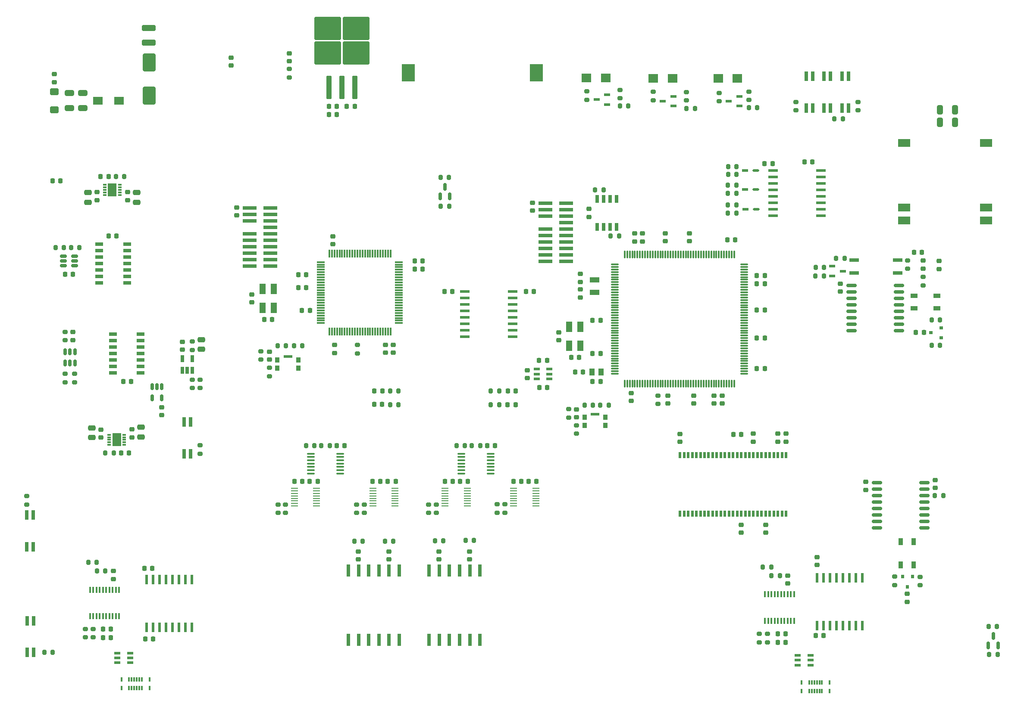
<source format=gbr>
%TF.GenerationSoftware,KiCad,Pcbnew,7.0.8*%
%TF.CreationDate,2024-01-22T14:24:45+01:00*%
%TF.ProjectId,BMS-Master,424d532d-4d61-4737-9465-722e6b696361,rev?*%
%TF.SameCoordinates,Original*%
%TF.FileFunction,Paste,Top*%
%TF.FilePolarity,Positive*%
%FSLAX46Y46*%
G04 Gerber Fmt 4.6, Leading zero omitted, Abs format (unit mm)*
G04 Created by KiCad (PCBNEW 7.0.8) date 2024-01-22 14:24:45*
%MOMM*%
%LPD*%
G01*
G04 APERTURE LIST*
G04 Aperture macros list*
%AMRoundRect*
0 Rectangle with rounded corners*
0 $1 Rounding radius*
0 $2 $3 $4 $5 $6 $7 $8 $9 X,Y pos of 4 corners*
0 Add a 4 corners polygon primitive as box body*
4,1,4,$2,$3,$4,$5,$6,$7,$8,$9,$2,$3,0*
0 Add four circle primitives for the rounded corners*
1,1,$1+$1,$2,$3*
1,1,$1+$1,$4,$5*
1,1,$1+$1,$6,$7*
1,1,$1+$1,$8,$9*
0 Add four rect primitives between the rounded corners*
20,1,$1+$1,$2,$3,$4,$5,0*
20,1,$1+$1,$4,$5,$6,$7,0*
20,1,$1+$1,$6,$7,$8,$9,0*
20,1,$1+$1,$8,$9,$2,$3,0*%
G04 Aperture macros list end*
%ADD10C,0.010000*%
%ADD11RoundRect,0.250000X-1.000000X1.500000X-1.000000X-1.500000X1.000000X-1.500000X1.000000X1.500000X0*%
%ADD12R,2.790000X0.740000*%
%ADD13R,1.270000X0.508000*%
%ADD14RoundRect,0.225000X-0.250000X0.225000X-0.250000X-0.225000X0.250000X-0.225000X0.250000X0.225000X0*%
%ADD15RoundRect,0.200000X-0.200000X-0.275000X0.200000X-0.275000X0.200000X0.275000X-0.200000X0.275000X0*%
%ADD16RoundRect,0.200000X-0.275000X0.200000X-0.275000X-0.200000X0.275000X-0.200000X0.275000X0.200000X0*%
%ADD17RoundRect,0.225000X-0.225000X-0.250000X0.225000X-0.250000X0.225000X0.250000X-0.225000X0.250000X0*%
%ADD18RoundRect,0.200000X0.275000X-0.200000X0.275000X0.200000X-0.275000X0.200000X-0.275000X-0.200000X0*%
%ADD19R,0.508000X1.193800*%
%ADD20RoundRect,0.225000X0.225000X0.250000X-0.225000X0.250000X-0.225000X-0.250000X0.225000X-0.250000X0*%
%ADD21RoundRect,0.225000X0.250000X-0.225000X0.250000X0.225000X-0.250000X0.225000X-0.250000X-0.225000X0*%
%ADD22RoundRect,0.218750X-0.218750X-0.256250X0.218750X-0.256250X0.218750X0.256250X-0.218750X0.256250X0*%
%ADD23R,1.825000X1.680000*%
%ADD24R,0.650000X1.850000*%
%ADD25R,0.900000X1.000000*%
%ADD26R,1.700000X0.550000*%
%ADD27RoundRect,0.200000X0.200000X0.275000X-0.200000X0.275000X-0.200000X-0.275000X0.200000X-0.275000X0*%
%ADD28RoundRect,0.075000X-0.675000X-0.075000X0.675000X-0.075000X0.675000X0.075000X-0.675000X0.075000X0*%
%ADD29RoundRect,0.075000X-0.075000X-0.675000X0.075000X-0.675000X0.075000X0.675000X-0.075000X0.675000X0*%
%ADD30RoundRect,0.150000X0.150000X-0.587500X0.150000X0.587500X-0.150000X0.587500X-0.150000X-0.587500X0*%
%ADD31RoundRect,0.250000X-0.600000X0.400000X-0.600000X-0.400000X0.600000X-0.400000X0.600000X0.400000X0*%
%ADD32R,1.550000X0.700000*%
%ADD33RoundRect,0.250000X-0.475000X0.250000X-0.475000X-0.250000X0.475000X-0.250000X0.475000X0.250000X0*%
%ADD34RoundRect,0.100000X-0.637500X-0.100000X0.637500X-0.100000X0.637500X0.100000X-0.637500X0.100000X0*%
%ADD35R,0.558800X1.981200*%
%ADD36R,0.800000X0.300000*%
%ADD37R,1.750000X2.600000*%
%ADD38R,1.312279X0.475831*%
%ADD39RoundRect,0.237916X-0.418223X0.000001X0.418223X0.000001X0.418223X-0.000001X-0.418223X-0.000001X0*%
%ADD40RoundRect,0.042000X0.258000X-0.653000X0.258000X0.653000X-0.258000X0.653000X-0.258000X-0.653000X0*%
%ADD41RoundRect,0.218750X0.218750X0.256250X-0.218750X0.256250X-0.218750X-0.256250X0.218750X-0.256250X0*%
%ADD42RoundRect,0.250000X0.475000X-0.250000X0.475000X0.250000X-0.475000X0.250000X-0.475000X-0.250000X0*%
%ADD43R,0.750000X2.350000*%
%ADD44R,0.400000X1.200000*%
%ADD45R,1.066800X1.447800*%
%ADD46R,1.397000X0.279400*%
%ADD47R,1.900000X1.500000*%
%ADD48RoundRect,0.150000X-0.875000X-0.150000X0.875000X-0.150000X0.875000X0.150000X-0.875000X0.150000X0*%
%ADD49R,1.981200X0.558800*%
%ADD50R,0.300000X0.850000*%
%ADD51R,1.300000X0.600000*%
%ADD52RoundRect,0.250000X-0.650000X0.325000X-0.650000X-0.325000X0.650000X-0.325000X0.650000X0.325000X0*%
%ADD53R,0.650000X1.525000*%
%ADD54RoundRect,0.250000X0.325000X0.650000X-0.325000X0.650000X-0.325000X-0.650000X0.325000X-0.650000X0*%
%ADD55R,1.200000X2.000000*%
%ADD56RoundRect,0.150000X0.150000X-0.512500X0.150000X0.512500X-0.150000X0.512500X-0.150000X-0.512500X0*%
%ADD57RoundRect,0.250000X0.300000X-2.050000X0.300000X2.050000X-0.300000X2.050000X-0.300000X-2.050000X0*%
%ADD58RoundRect,0.250000X2.375000X-2.025000X2.375000X2.025000X-2.375000X2.025000X-2.375000X-2.025000X0*%
%ADD59RoundRect,0.075000X-0.725000X-0.075000X0.725000X-0.075000X0.725000X0.075000X-0.725000X0.075000X0*%
%ADD60RoundRect,0.075000X-0.075000X-0.725000X0.075000X-0.725000X0.075000X0.725000X-0.075000X0.725000X0*%
%ADD61R,1.250000X0.500000*%
%ADD62R,2.450000X1.600000*%
%ADD63R,1.350000X0.900000*%
%ADD64R,1.900000X0.750000*%
%ADD65RoundRect,0.218750X-0.256250X0.218750X-0.256250X-0.218750X0.256250X-0.218750X0.256250X0.218750X0*%
%ADD66RoundRect,0.150000X-0.512500X-0.150000X0.512500X-0.150000X0.512500X0.150000X-0.512500X0.150000X0*%
%ADD67RoundRect,0.250000X1.100000X-0.325000X1.100000X0.325000X-1.100000X0.325000X-1.100000X-0.325000X0*%
%ADD68R,0.900000X1.350000*%
%ADD69RoundRect,0.150000X-0.150000X0.512500X-0.150000X-0.512500X0.150000X-0.512500X0.150000X0.512500X0*%
%ADD70RoundRect,0.218750X0.256250X-0.218750X0.256250X0.218750X-0.256250X0.218750X-0.256250X-0.218750X0*%
%ADD71R,1.900000X1.100000*%
%ADD72R,2.600000X3.500000*%
G04 APERTURE END LIST*
%TO.C,S3*%
D10*
X262359000Y-205847500D02*
X261859000Y-205847500D01*
X261859000Y-205247500D01*
X262359000Y-205247500D01*
X262359000Y-205847500D01*
G36*
X262359000Y-205847500D02*
G01*
X261859000Y-205847500D01*
X261859000Y-205247500D01*
X262359000Y-205247500D01*
X262359000Y-205847500D01*
G37*
X260459000Y-205847500D02*
X259959000Y-205847500D01*
X259959000Y-205247500D01*
X260459000Y-205247500D01*
X260459000Y-205847500D01*
G36*
X260459000Y-205847500D02*
G01*
X259959000Y-205847500D01*
X259959000Y-205247500D01*
X260459000Y-205247500D01*
X260459000Y-205847500D01*
G37*
X261409000Y-207847500D02*
X260909000Y-207847500D01*
X260909000Y-207247500D01*
X261409000Y-207247500D01*
X261409000Y-207847500D01*
G36*
X261409000Y-207847500D02*
G01*
X260909000Y-207847500D01*
X260909000Y-207247500D01*
X261409000Y-207247500D01*
X261409000Y-207847500D01*
G37*
%TO.C,S4*%
X268050000Y-158800000D02*
X267450000Y-158800000D01*
X267450000Y-158300000D01*
X268050000Y-158300000D01*
X268050000Y-158800000D01*
G36*
X268050000Y-158800000D02*
G01*
X267450000Y-158800000D01*
X267450000Y-158300000D01*
X268050000Y-158300000D01*
X268050000Y-158800000D01*
G37*
X268050000Y-156900000D02*
X267450000Y-156900000D01*
X267450000Y-156400000D01*
X268050000Y-156400000D01*
X268050000Y-156900000D01*
G36*
X268050000Y-156900000D02*
G01*
X267450000Y-156900000D01*
X267450000Y-156400000D01*
X268050000Y-156400000D01*
X268050000Y-156900000D01*
G37*
X266050000Y-157850000D02*
X265450000Y-157850000D01*
X265450000Y-157350000D01*
X266050000Y-157350000D01*
X266050000Y-157850000D01*
G36*
X266050000Y-157850000D02*
G01*
X265450000Y-157850000D01*
X265450000Y-157350000D01*
X266050000Y-157350000D01*
X266050000Y-157850000D01*
G37*
%TD*%
D11*
%TO.C,C104*%
X112254000Y-104497500D03*
X112254000Y-110997500D03*
%TD*%
D12*
%TO.C,J4*%
X132046000Y-133089000D03*
X136116000Y-133089000D03*
X132046000Y-134359000D03*
X136116000Y-134359000D03*
X132046000Y-135629000D03*
X136116000Y-135629000D03*
X136116000Y-136899000D03*
X132046000Y-138169000D03*
X136116000Y-138169000D03*
X132046000Y-139439000D03*
X136116000Y-139439000D03*
X132046000Y-140709000D03*
X136116000Y-140709000D03*
X132046000Y-141979000D03*
X136116000Y-141979000D03*
X132046000Y-143249000D03*
X136116000Y-143249000D03*
X132046000Y-144519000D03*
X136116000Y-144519000D03*
%TD*%
D13*
%TO.C,U2*%
X188383000Y-164789999D03*
X188383000Y-165740000D03*
X188383000Y-166690001D03*
X190821400Y-166690001D03*
X190821400Y-165740000D03*
X190821400Y-164789999D03*
%TD*%
D14*
%TO.C,C55*%
X175223000Y-200620799D03*
X175223000Y-202170799D03*
%TD*%
D15*
%TO.C,R52*%
X103661750Y-181242000D03*
X105311750Y-181242000D03*
%TD*%
D16*
%TO.C,R10*%
X134216000Y-161284000D03*
X134216000Y-162934000D03*
%TD*%
D17*
%TO.C,C30*%
X170247900Y-149524000D03*
X171797900Y-149524000D03*
%TD*%
D16*
%TO.C,R54*%
X122301000Y-179769000D03*
X122301000Y-181419000D03*
%TD*%
D18*
%TO.C,R61*%
X251500000Y-113900000D03*
X251500000Y-112250000D03*
%TD*%
D19*
%TO.C,U19*%
X237337001Y-181686200D03*
X236537000Y-181686200D03*
X235737001Y-181686200D03*
X234937000Y-181686200D03*
X234137002Y-181686200D03*
X233337001Y-181686200D03*
X232537000Y-181686200D03*
X231737002Y-181686200D03*
X230937001Y-181686200D03*
X230137002Y-181686200D03*
X229337001Y-181686200D03*
X228537000Y-181686200D03*
X227737002Y-181686200D03*
X226937001Y-181686200D03*
X226137003Y-181686200D03*
X225337002Y-181686200D03*
X224537001Y-181686200D03*
X223737002Y-181686200D03*
X222937001Y-181686200D03*
X222137003Y-181686200D03*
X221337002Y-181686200D03*
X220537001Y-181686200D03*
X219737003Y-181686200D03*
X218937002Y-181686200D03*
X218137003Y-181686200D03*
X217337002Y-181686200D03*
X216537001Y-181686200D03*
X216537001Y-193167000D03*
X217337002Y-193167000D03*
X218137001Y-193167000D03*
X218937002Y-193167000D03*
X219737000Y-193167000D03*
X220537001Y-193167000D03*
X221337002Y-193167000D03*
X222137000Y-193167000D03*
X222937001Y-193167000D03*
X223737000Y-193167000D03*
X224537001Y-193167000D03*
X225337002Y-193167000D03*
X226137000Y-193167000D03*
X226937001Y-193167000D03*
X227736999Y-193167000D03*
X228537000Y-193167000D03*
X229337001Y-193167000D03*
X230137000Y-193167000D03*
X230937001Y-193167000D03*
X231736999Y-193167000D03*
X232537000Y-193167000D03*
X233337001Y-193167000D03*
X234136999Y-193167000D03*
X234937000Y-193167000D03*
X235736999Y-193167000D03*
X236537000Y-193167000D03*
X237337001Y-193167000D03*
%TD*%
D18*
%TO.C,R24*%
X232058000Y-218496000D03*
X232058000Y-216846000D03*
%TD*%
D14*
%TO.C,C34*%
X160216000Y-160034000D03*
X160216000Y-161584000D03*
%TD*%
D20*
%TO.C,C107*%
X149129000Y-114730000D03*
X147579000Y-114730000D03*
%TD*%
D21*
%TO.C,C35*%
X148336000Y-140221000D03*
X148336000Y-138671000D03*
%TD*%
D17*
%TO.C,C45*%
X103193000Y-217588100D03*
X104743000Y-217588100D03*
%TD*%
D14*
%TO.C,C75*%
X102066500Y-129997000D03*
X102066500Y-131547000D03*
%TD*%
D20*
%TO.C,C3*%
X197455000Y-165347000D03*
X195905000Y-165347000D03*
%TD*%
%TO.C,C23*%
X200902000Y-161696200D03*
X199352000Y-161696200D03*
%TD*%
D22*
%TO.C,D1*%
X182714000Y-169093000D03*
X184289000Y-169093000D03*
%TD*%
D23*
%TO.C,D10*%
X215054502Y-107595001D03*
X211299502Y-107595001D03*
%TD*%
D20*
%TO.C,C33*%
X136441000Y-155009000D03*
X134891000Y-155009000D03*
%TD*%
D21*
%TO.C,C91*%
X261159000Y-210535000D03*
X261159000Y-208985000D03*
%TD*%
D20*
%TO.C,C8*%
X196705000Y-162447000D03*
X195155000Y-162447000D03*
%TD*%
D24*
%TO.C,IC13*%
X248326000Y-113450000D03*
X249596000Y-113450000D03*
X249596000Y-107200000D03*
X248326000Y-107200000D03*
%TD*%
D25*
%TO.C,S1*%
X197780000Y-174247000D03*
X197780000Y-175847000D03*
X201880000Y-175847000D03*
X201880000Y-174247000D03*
D26*
X199830000Y-173622000D03*
%TD*%
D18*
%TO.C,R23*%
X233708000Y-218496000D03*
X233708000Y-216846000D03*
%TD*%
D27*
%TO.C,R39*%
X177275000Y-179850000D03*
X175625000Y-179850000D03*
%TD*%
D21*
%TO.C,C11*%
X209144000Y-139662000D03*
X209144000Y-138112000D03*
%TD*%
D16*
%TO.C,R71*%
X211257002Y-110270001D03*
X211257002Y-111920001D03*
%TD*%
D14*
%TO.C,C19*%
X224783000Y-170015000D03*
X224783000Y-171565000D03*
%TD*%
D20*
%TO.C,C50*%
X113043000Y-217805000D03*
X111493000Y-217805000D03*
%TD*%
D23*
%TO.C,D5*%
X227777501Y-107590000D03*
X224022501Y-107590000D03*
%TD*%
D17*
%TO.C,C86*%
X240950000Y-124000000D03*
X242500000Y-124000000D03*
%TD*%
D21*
%TO.C,C2*%
X196930000Y-150672000D03*
X196930000Y-149122000D03*
%TD*%
D27*
%TO.C,R17*%
X171194250Y-132751500D03*
X169544250Y-132751500D03*
%TD*%
D16*
%TO.C,R4*%
X194630000Y-172672000D03*
X194630000Y-174322000D03*
%TD*%
D14*
%TO.C,C39*%
X129511000Y-132969000D03*
X129511000Y-134519000D03*
%TD*%
D28*
%TO.C,U1*%
X203733000Y-144190000D03*
X203733000Y-144690000D03*
X203733000Y-145190000D03*
X203733000Y-145690000D03*
X203733000Y-146190000D03*
X203733000Y-146690000D03*
X203733000Y-147190000D03*
X203733000Y-147690000D03*
X203733000Y-148190000D03*
X203733000Y-148690000D03*
X203733000Y-149190000D03*
X203733000Y-149690000D03*
X203733000Y-150190000D03*
X203733000Y-150690000D03*
X203733000Y-151190000D03*
X203733000Y-151690000D03*
X203733000Y-152190000D03*
X203733000Y-152690000D03*
X203733000Y-153190000D03*
X203733000Y-153690000D03*
X203733000Y-154190000D03*
X203733000Y-154690000D03*
X203733000Y-155190000D03*
X203733000Y-155690000D03*
X203733000Y-156190000D03*
X203733000Y-156690000D03*
X203733000Y-157190000D03*
X203733000Y-157690000D03*
X203733000Y-158190000D03*
X203733000Y-158690000D03*
X203733000Y-159190000D03*
X203733000Y-159690000D03*
X203733000Y-160190000D03*
X203733000Y-160690000D03*
X203733000Y-161190000D03*
X203733000Y-161690000D03*
X203733000Y-162190000D03*
X203733000Y-162690000D03*
X203733000Y-163190000D03*
X203733000Y-163690000D03*
X203733000Y-164190000D03*
X203733000Y-164690000D03*
X203733000Y-165190000D03*
X203733000Y-165690000D03*
D29*
X205658000Y-167615000D03*
X206158000Y-167615000D03*
X206658000Y-167615000D03*
X207158000Y-167615000D03*
X207658000Y-167615000D03*
X208158000Y-167615000D03*
X208658000Y-167615000D03*
X209158000Y-167615000D03*
X209658000Y-167615000D03*
X210158000Y-167615000D03*
X210658000Y-167615000D03*
X211158000Y-167615000D03*
X211658000Y-167615000D03*
X212158000Y-167615000D03*
X212658000Y-167615000D03*
X213158000Y-167615000D03*
X213658000Y-167615000D03*
X214158000Y-167615000D03*
X214658000Y-167615000D03*
X215158000Y-167615000D03*
X215658000Y-167615000D03*
X216158000Y-167615000D03*
X216658000Y-167615000D03*
X217158000Y-167615000D03*
X217658000Y-167615000D03*
X218158000Y-167615000D03*
X218658000Y-167615000D03*
X219158000Y-167615000D03*
X219658000Y-167615000D03*
X220158000Y-167615000D03*
X220658000Y-167615000D03*
X221158000Y-167615000D03*
X221658000Y-167615000D03*
X222158000Y-167615000D03*
X222658000Y-167615000D03*
X223158000Y-167615000D03*
X223658000Y-167615000D03*
X224158000Y-167615000D03*
X224658000Y-167615000D03*
X225158000Y-167615000D03*
X225658000Y-167615000D03*
X226158000Y-167615000D03*
X226658000Y-167615000D03*
X227158000Y-167615000D03*
D28*
X229083000Y-165690000D03*
X229083000Y-165190000D03*
X229083000Y-164690000D03*
X229083000Y-164190000D03*
X229083000Y-163690000D03*
X229083000Y-163190000D03*
X229083000Y-162690000D03*
X229083000Y-162190000D03*
X229083000Y-161690000D03*
X229083000Y-161190000D03*
X229083000Y-160690000D03*
X229083000Y-160190000D03*
X229083000Y-159690000D03*
X229083000Y-159190000D03*
X229083000Y-158690000D03*
X229083000Y-158190000D03*
X229083000Y-157690000D03*
X229083000Y-157190000D03*
X229083000Y-156690000D03*
X229083000Y-156190000D03*
X229083000Y-155690000D03*
X229083000Y-155190000D03*
X229083000Y-154690000D03*
X229083000Y-154190000D03*
X229083000Y-153690000D03*
X229083000Y-153190000D03*
X229083000Y-152690000D03*
X229083000Y-152190000D03*
X229083000Y-151690000D03*
X229083000Y-151190000D03*
X229083000Y-150690000D03*
X229083000Y-150190000D03*
X229083000Y-149690000D03*
X229083000Y-149190000D03*
X229083000Y-148690000D03*
X229083000Y-148190000D03*
X229083000Y-147690000D03*
X229083000Y-147190000D03*
X229083000Y-146690000D03*
X229083000Y-146190000D03*
X229083000Y-145690000D03*
X229083000Y-145190000D03*
X229083000Y-144690000D03*
X229083000Y-144190000D03*
D29*
X227158000Y-142265000D03*
X226658000Y-142265000D03*
X226158000Y-142265000D03*
X225658000Y-142265000D03*
X225158000Y-142265000D03*
X224658000Y-142265000D03*
X224158000Y-142265000D03*
X223658000Y-142265000D03*
X223158000Y-142265000D03*
X222658000Y-142265000D03*
X222158000Y-142265000D03*
X221658000Y-142265000D03*
X221158000Y-142265000D03*
X220658000Y-142265000D03*
X220158000Y-142265000D03*
X219658000Y-142265000D03*
X219158000Y-142265000D03*
X218658000Y-142265000D03*
X218158000Y-142265000D03*
X217658000Y-142265000D03*
X217158000Y-142265000D03*
X216658000Y-142265000D03*
X216158000Y-142265000D03*
X215658000Y-142265000D03*
X215158000Y-142265000D03*
X214658000Y-142265000D03*
X214158000Y-142265000D03*
X213658000Y-142265000D03*
X213158000Y-142265000D03*
X212658000Y-142265000D03*
X212158000Y-142265000D03*
X211658000Y-142265000D03*
X211158000Y-142265000D03*
X210658000Y-142265000D03*
X210158000Y-142265000D03*
X209658000Y-142265000D03*
X209158000Y-142265000D03*
X208658000Y-142265000D03*
X208158000Y-142265000D03*
X207658000Y-142265000D03*
X207158000Y-142265000D03*
X206658000Y-142265000D03*
X206158000Y-142265000D03*
X205658000Y-142265000D03*
%TD*%
D16*
%TO.C,R14*%
X153166000Y-160034000D03*
X153166000Y-161684000D03*
%TD*%
D30*
%TO.C,Q1*%
X277080000Y-219120000D03*
X278980000Y-219120000D03*
X278030000Y-217245000D03*
%TD*%
D31*
%TO.C,D12*%
X93700000Y-110250000D03*
X93700000Y-113750000D03*
%TD*%
D20*
%TO.C,C58*%
X142347401Y-186854000D03*
X140797401Y-186854000D03*
%TD*%
D27*
%TO.C,R63*%
X206358667Y-113041000D03*
X204708667Y-113041000D03*
%TD*%
D15*
%TO.C,R68*%
X225953260Y-126525001D03*
X227603260Y-126525001D03*
%TD*%
D27*
%TO.C,R32*%
X176048000Y-198495799D03*
X174398000Y-198495799D03*
%TD*%
D15*
%TO.C,R33*%
X152546000Y-198622799D03*
X154196000Y-198622799D03*
%TD*%
D17*
%TO.C,C14*%
X225793000Y-139319000D03*
X227343000Y-139319000D03*
%TD*%
D32*
%TO.C,IC4*%
X110630750Y-165525000D03*
X110630750Y-164255000D03*
X110630750Y-162985000D03*
X110630750Y-161715000D03*
X110630750Y-160445000D03*
X110630750Y-159175000D03*
X110630750Y-157905000D03*
X105180750Y-157905000D03*
X105180750Y-159175000D03*
X105180750Y-160445000D03*
X105180750Y-161715000D03*
X105180750Y-162985000D03*
X105180750Y-164255000D03*
X105180750Y-165525000D03*
%TD*%
D20*
%TO.C,C56*%
X171886302Y-186854004D03*
X170336302Y-186854004D03*
%TD*%
D14*
%TO.C,C69*%
X108035500Y-129985000D03*
X108035500Y-131535000D03*
%TD*%
D33*
%TO.C,C72*%
X100288500Y-130076000D03*
X100288500Y-131976000D03*
%TD*%
D17*
%TO.C,C38*%
X164426600Y-143509000D03*
X165976600Y-143509000D03*
%TD*%
%TO.C,C92*%
X262850000Y-157600000D03*
X264400000Y-157600000D03*
%TD*%
%TO.C,C70*%
X102755750Y-126915000D03*
X104305750Y-126915000D03*
%TD*%
D34*
%TO.C,U13*%
X173587500Y-181400000D03*
X173587500Y-182050000D03*
X173587500Y-182700000D03*
X173587500Y-183350000D03*
X173587500Y-184000000D03*
X173587500Y-184650000D03*
X173587500Y-185300000D03*
X179312500Y-185300000D03*
X179312500Y-184650000D03*
X179312500Y-184000000D03*
X179312500Y-183350000D03*
X179312500Y-182700000D03*
X179312500Y-182050000D03*
X179312500Y-181400000D03*
%TD*%
D16*
%TO.C,R62*%
X198183667Y-110166000D03*
X198183667Y-111816000D03*
%TD*%
D17*
%TO.C,C16*%
X231610000Y-153187200D03*
X233160000Y-153187200D03*
%TD*%
D35*
%TO.C,U8*%
X243409500Y-215204100D03*
X244679500Y-215204100D03*
X245949500Y-215204100D03*
X247219500Y-215204100D03*
X248489500Y-215204100D03*
X249759500Y-215204100D03*
X251029500Y-215204100D03*
X252299500Y-215204100D03*
X252299500Y-205806100D03*
X251029500Y-205806100D03*
X249759500Y-205806100D03*
X248489500Y-205806100D03*
X247219500Y-205806100D03*
X245949500Y-205806100D03*
X244679500Y-205806100D03*
X243409500Y-205806100D03*
%TD*%
D20*
%TO.C,C29*%
X187797900Y-149524000D03*
X186247900Y-149524000D03*
%TD*%
D14*
%TO.C,C100*%
X198684000Y-133292000D03*
X198684000Y-134842000D03*
%TD*%
D36*
%TO.C,IC7*%
X104407750Y-177686000D03*
X104407750Y-178186000D03*
X104407750Y-178686000D03*
X104407750Y-179186000D03*
X104407750Y-179686000D03*
X107407750Y-179686000D03*
X107407750Y-179186000D03*
X107407750Y-178686000D03*
X107407750Y-178186000D03*
X107407750Y-177686000D03*
D37*
X105907750Y-178686000D03*
%TD*%
D38*
%TO.C,D9*%
X229376101Y-133325000D03*
D39*
X231471784Y-133325000D03*
%TD*%
D18*
%TO.C,R28*%
X168661302Y-193079004D03*
X168661302Y-191429004D03*
%TD*%
D14*
%TO.C,C41*%
X158642200Y-160034000D03*
X158642200Y-161584000D03*
%TD*%
D40*
%TO.C,U15*%
X118824750Y-165039000D03*
X119774750Y-165039000D03*
X120724750Y-165039000D03*
X120724750Y-162709000D03*
X118824750Y-162709000D03*
%TD*%
D17*
%TO.C,C15*%
X231610000Y-146390000D03*
X233160000Y-146390000D03*
%TD*%
D41*
%TO.C,D4*%
X158095000Y-169083000D03*
X156520000Y-169083000D03*
%TD*%
D18*
%TO.C,R45*%
X120790750Y-168509000D03*
X120790750Y-166859000D03*
%TD*%
D27*
%TO.C,R38*%
X160229000Y-198622799D03*
X158579000Y-198622799D03*
%TD*%
D15*
%TO.C,R15*%
X159600000Y-169083000D03*
X161250000Y-169083000D03*
%TD*%
D24*
%TO.C,IC10*%
X88318325Y-220500000D03*
X89588325Y-220500000D03*
X89588325Y-214250000D03*
X88318325Y-214250000D03*
%TD*%
D15*
%TO.C,R42*%
X143075000Y-179800000D03*
X144725000Y-179800000D03*
%TD*%
D20*
%TO.C,C27*%
X190452800Y-168376200D03*
X188902800Y-168376200D03*
%TD*%
D42*
%TO.C,C78*%
X110714750Y-178110000D03*
X110714750Y-176210000D03*
%TD*%
D43*
%TO.C,T1*%
X167250000Y-218000000D03*
X169250000Y-218000000D03*
X171250000Y-218000000D03*
X173250000Y-218000000D03*
X175250000Y-218000000D03*
X177250000Y-218000000D03*
X177250000Y-204400000D03*
X175250000Y-204400000D03*
X173250000Y-204400000D03*
X171250000Y-204400000D03*
X169250000Y-204400000D03*
X167250000Y-204400000D03*
%TD*%
D15*
%TO.C,R66*%
X225948942Y-134124999D03*
X227598942Y-134124999D03*
%TD*%
D16*
%TO.C,R44*%
X120790750Y-159366000D03*
X120790750Y-161016000D03*
%TD*%
D21*
%TO.C,C74*%
X102840750Y-178255000D03*
X102840750Y-176705000D03*
%TD*%
D44*
%TO.C,U6*%
X238915500Y-209071000D03*
X238280500Y-209071000D03*
X237645500Y-209071000D03*
X237010500Y-209071000D03*
X236375500Y-209071000D03*
X235740500Y-209071000D03*
X235105500Y-209071000D03*
X234470500Y-209071000D03*
X233835500Y-209071000D03*
X233200500Y-209071000D03*
X233200500Y-214271000D03*
X233835500Y-214271000D03*
X234470500Y-214271000D03*
X235105500Y-214271000D03*
X235740500Y-214271000D03*
X236375500Y-214271000D03*
X237010500Y-214271000D03*
X237645500Y-214271000D03*
X238280500Y-214271000D03*
X238915500Y-214271000D03*
%TD*%
D45*
%TO.C,L1*%
X201057100Y-165347000D03*
X199202900Y-165347000D03*
%TD*%
D27*
%TO.C,R2*%
X181014500Y-171750000D03*
X179364500Y-171750000D03*
%TD*%
D46*
%TO.C,U11*%
X188195701Y-191704002D03*
X188195701Y-191204000D03*
X188195701Y-190704001D03*
X188195701Y-190204000D03*
X188195701Y-189704000D03*
X188195701Y-189204002D03*
X188195701Y-188704000D03*
X188195701Y-188204001D03*
X183826901Y-188203998D03*
X183826901Y-188704000D03*
X183826901Y-189203999D03*
X183826901Y-189704000D03*
X183826901Y-190204000D03*
X183826901Y-190703998D03*
X183826901Y-191204000D03*
X183826901Y-191703999D03*
%TD*%
D17*
%TO.C,C62*%
X186797401Y-186854000D03*
X188347401Y-186854000D03*
%TD*%
D27*
%TO.C,R76*%
X267575000Y-155100000D03*
X265925000Y-155100000D03*
%TD*%
D18*
%TO.C,R56*%
X239326000Y-113900000D03*
X239326000Y-112250000D03*
%TD*%
D21*
%TO.C,C31*%
X135866000Y-162884000D03*
X135866000Y-161334000D03*
%TD*%
D47*
%TO.C,L4*%
X102250000Y-112025000D03*
X106350000Y-112025000D03*
%TD*%
D20*
%TO.C,C24*%
X200902000Y-155193800D03*
X199352000Y-155193800D03*
%TD*%
D14*
%TO.C,C105*%
X128371500Y-103537500D03*
X128371500Y-105087500D03*
%TD*%
D15*
%TO.C,R69*%
X225948942Y-128624999D03*
X227598942Y-128624999D03*
%TD*%
D48*
%TO.C,U18*%
X250200000Y-148330000D03*
X250200000Y-149600000D03*
X250200000Y-150870000D03*
X250200000Y-152140000D03*
X250200000Y-153410000D03*
X250200000Y-154680000D03*
X250200000Y-155950000D03*
X250200000Y-157220000D03*
X259500000Y-157220000D03*
X259500000Y-155950000D03*
X259500000Y-154680000D03*
X259500000Y-153410000D03*
X259500000Y-152140000D03*
X259500000Y-150870000D03*
X259500000Y-149600000D03*
X259500000Y-148330000D03*
%TD*%
D27*
%TO.C,R46*%
X107403750Y-126915000D03*
X105753750Y-126915000D03*
%TD*%
D20*
%TO.C,C108*%
X149129000Y-113130000D03*
X147579000Y-113130000D03*
%TD*%
D15*
%TO.C,R47*%
X96959750Y-140879250D03*
X98609750Y-140879250D03*
%TD*%
D21*
%TO.C,C12*%
X213662000Y-139621000D03*
X213662000Y-138071000D03*
%TD*%
D24*
%TO.C,IC12*%
X244806000Y-113450000D03*
X246076000Y-113450000D03*
X246076000Y-107200000D03*
X244806000Y-107200000D03*
%TD*%
D17*
%TO.C,C85*%
X233126000Y-124395000D03*
X234676000Y-124395000D03*
%TD*%
D21*
%TO.C,C82*%
X97278000Y-159054000D03*
X97278000Y-157504000D03*
%TD*%
D49*
%TO.C,U3*%
X174274900Y-149514000D03*
X174274900Y-150784000D03*
X174274900Y-152054000D03*
X174274900Y-153324000D03*
X174274900Y-154594000D03*
X174274900Y-155864000D03*
X174274900Y-157134000D03*
X174274900Y-158404000D03*
X183672900Y-158404000D03*
X183672900Y-157134000D03*
X183672900Y-155864000D03*
X183672900Y-154594000D03*
X183672900Y-153324000D03*
X183672900Y-152054000D03*
X183672900Y-150784000D03*
X183672900Y-149514000D03*
%TD*%
D50*
%TO.C,P1*%
X106830000Y-225782100D03*
X108330000Y-225782100D03*
X108830000Y-225782100D03*
X109330000Y-225782100D03*
X109830000Y-225782100D03*
X110330000Y-225782100D03*
X110830000Y-225782100D03*
X112330000Y-225782100D03*
X112330000Y-227492100D03*
X110830000Y-227492100D03*
X110330000Y-227492100D03*
X109830000Y-227492100D03*
X109330000Y-227492100D03*
X108830000Y-227492100D03*
X108330000Y-227492100D03*
X106830000Y-227492100D03*
%TD*%
D15*
%TO.C,R26*%
X232783000Y-203721000D03*
X234433000Y-203721000D03*
%TD*%
D14*
%TO.C,C20*%
X219177000Y-170014400D03*
X219177000Y-171564400D03*
%TD*%
D18*
%TO.C,R35*%
X154500201Y-193079000D03*
X154500201Y-191429000D03*
%TD*%
D46*
%TO.C,U10*%
X145145701Y-191704002D03*
X145145701Y-191204000D03*
X145145701Y-190704001D03*
X145145701Y-190204000D03*
X145145701Y-189704000D03*
X145145701Y-189204002D03*
X145145701Y-188704000D03*
X145145701Y-188204001D03*
X140776901Y-188203998D03*
X140776901Y-188704000D03*
X140776901Y-189203999D03*
X140776901Y-189704000D03*
X140776901Y-190204000D03*
X140776901Y-190703998D03*
X140776901Y-191204000D03*
X140776901Y-191703999D03*
%TD*%
D17*
%TO.C,C94*%
X226987000Y-177646000D03*
X228537000Y-177646000D03*
%TD*%
D15*
%TO.C,R65*%
X225928275Y-130248999D03*
X227578275Y-130248999D03*
%TD*%
D17*
%TO.C,C57*%
X173336302Y-186854004D03*
X174886302Y-186854004D03*
%TD*%
D21*
%TO.C,C90*%
X252995000Y-188521000D03*
X252995000Y-186971000D03*
%TD*%
D14*
%TO.C,C60*%
X153333400Y-200667199D03*
X153333400Y-202217199D03*
%TD*%
D21*
%TO.C,C89*%
X248000000Y-149550000D03*
X248000000Y-148000000D03*
%TD*%
D15*
%TO.C,R21*%
X102000000Y-204507100D03*
X103650000Y-204507100D03*
%TD*%
D14*
%TO.C,C96*%
X228537201Y-195414600D03*
X228537201Y-196964600D03*
%TD*%
D15*
%TO.C,R25*%
X234483000Y-205421000D03*
X236133000Y-205421000D03*
%TD*%
D51*
%TO.C,Q4*%
X202233667Y-112741000D03*
X202233667Y-110841000D03*
X200133667Y-111791000D03*
%TD*%
D17*
%TO.C,C18*%
X231610000Y-164693400D03*
X233160000Y-164693400D03*
%TD*%
D14*
%TO.C,C21*%
X214147800Y-170014400D03*
X214147800Y-171564400D03*
%TD*%
D18*
%TO.C,R37*%
X153000201Y-193079000D03*
X153000201Y-191429000D03*
%TD*%
D16*
%TO.C,R13*%
X135866000Y-164534000D03*
X135866000Y-166184000D03*
%TD*%
D18*
%TO.C,R19*%
X101301000Y-217524100D03*
X101301000Y-215874100D03*
%TD*%
D52*
%TO.C,C102*%
X99250000Y-110525000D03*
X99250000Y-113475000D03*
%TD*%
D53*
%TO.C,IC15*%
X200279000Y-136779000D03*
X201549000Y-136779000D03*
X202819000Y-136779000D03*
X204089000Y-136779000D03*
X204089000Y-131355000D03*
X202819000Y-131355000D03*
X201549000Y-131355000D03*
X200279000Y-131355000D03*
%TD*%
D14*
%TO.C,C5*%
X223210600Y-170015600D03*
X223210600Y-171565600D03*
%TD*%
D16*
%TO.C,R51*%
X95754000Y-157467000D03*
X95754000Y-159117000D03*
%TD*%
D17*
%TO.C,C66*%
X178675000Y-179850000D03*
X180225000Y-179850000D03*
%TD*%
D54*
%TO.C,C109*%
X270500000Y-116250000D03*
X267550000Y-116250000D03*
%TD*%
D20*
%TO.C,C42*%
X143849000Y-153210000D03*
X142299000Y-153210000D03*
%TD*%
D55*
%TO.C,Y3*%
X134516000Y-149009000D03*
X134516000Y-152709000D03*
X136716000Y-152709000D03*
X136716000Y-149009000D03*
%TD*%
D56*
%TO.C,IC6*%
X95792000Y-163615500D03*
X96742000Y-163615500D03*
X97692000Y-163615500D03*
X97692000Y-161340500D03*
X96742000Y-161340500D03*
X95792000Y-161340500D03*
%TD*%
D16*
%TO.C,R74*%
X258659000Y-205585000D03*
X258659000Y-207235000D03*
%TD*%
D43*
%TO.C,T2*%
X151400000Y-218000000D03*
X153400000Y-218000000D03*
X155400000Y-218000000D03*
X157400000Y-218000000D03*
X159400000Y-218000000D03*
X161400000Y-218000000D03*
X161400000Y-204400000D03*
X159400000Y-204400000D03*
X157400000Y-204400000D03*
X155400000Y-204400000D03*
X153400000Y-204400000D03*
X151400000Y-204400000D03*
%TD*%
D17*
%TO.C,C59*%
X143797401Y-186854000D03*
X145347401Y-186854000D03*
%TD*%
D34*
%TO.C,U14*%
X144037500Y-181400000D03*
X144037500Y-182050000D03*
X144037500Y-182700000D03*
X144037500Y-183350000D03*
X144037500Y-184000000D03*
X144037500Y-184650000D03*
X144037500Y-185300000D03*
X149762500Y-185300000D03*
X149762500Y-184650000D03*
X149762500Y-184000000D03*
X149762500Y-183350000D03*
X149762500Y-182700000D03*
X149762500Y-182050000D03*
X149762500Y-181400000D03*
%TD*%
D27*
%TO.C,R59*%
X231675001Y-113390000D03*
X230025001Y-113390000D03*
%TD*%
D15*
%TO.C,R41*%
X172625000Y-179850000D03*
X174275000Y-179850000D03*
%TD*%
D57*
%TO.C,U20*%
X147614000Y-109355000D03*
X150154000Y-109355000D03*
D58*
X147379000Y-102630000D03*
X152929000Y-102630000D03*
X147379000Y-97780000D03*
X152929000Y-97780000D03*
D57*
X152694000Y-109355000D03*
%TD*%
D24*
%TO.C,IC8*%
X89518325Y-193450326D03*
X88248325Y-193450326D03*
X88248325Y-199700326D03*
X89518325Y-199700326D03*
%TD*%
D30*
%TO.C,Q2*%
X169419250Y-130801500D03*
X171319250Y-130801500D03*
X170369250Y-128926500D03*
%TD*%
D21*
%TO.C,C97*%
X216523001Y-179057600D03*
X216523001Y-177507600D03*
%TD*%
D59*
%TO.C,U4*%
X145995000Y-143733000D03*
X145995000Y-144233000D03*
X145995000Y-144733000D03*
X145995000Y-145233000D03*
X145995000Y-145733000D03*
X145995000Y-146233000D03*
X145995000Y-146733000D03*
X145995000Y-147233000D03*
X145995000Y-147733000D03*
X145995000Y-148233000D03*
X145995000Y-148733000D03*
X145995000Y-149233000D03*
X145995000Y-149733000D03*
X145995000Y-150233000D03*
X145995000Y-150733000D03*
X145995000Y-151233000D03*
X145995000Y-151733000D03*
X145995000Y-152233000D03*
X145995000Y-152733000D03*
X145995000Y-153233000D03*
X145995000Y-153733000D03*
X145995000Y-154233000D03*
X145995000Y-154733000D03*
X145995000Y-155233000D03*
X145995000Y-155733000D03*
D60*
X147670000Y-157408000D03*
X148170000Y-157408000D03*
X148670000Y-157408000D03*
X149170000Y-157408000D03*
X149670000Y-157408000D03*
X150170000Y-157408000D03*
X150670000Y-157408000D03*
X151170000Y-157408000D03*
X151670000Y-157408000D03*
X152170000Y-157408000D03*
X152670000Y-157408000D03*
X153170000Y-157408000D03*
X153670000Y-157408000D03*
X154170000Y-157408000D03*
X154670000Y-157408000D03*
X155170000Y-157408000D03*
X155670000Y-157408000D03*
X156170000Y-157408000D03*
X156670000Y-157408000D03*
X157170000Y-157408000D03*
X157670000Y-157408000D03*
X158170000Y-157408000D03*
X158670000Y-157408000D03*
X159170000Y-157408000D03*
X159670000Y-157408000D03*
D59*
X161345000Y-155733000D03*
X161345000Y-155233000D03*
X161345000Y-154733000D03*
X161345000Y-154233000D03*
X161345000Y-153733000D03*
X161345000Y-153233000D03*
X161345000Y-152733000D03*
X161345000Y-152233000D03*
X161345000Y-151733000D03*
X161345000Y-151233000D03*
X161345000Y-150733000D03*
X161345000Y-150233000D03*
X161345000Y-149733000D03*
X161345000Y-149233000D03*
X161345000Y-148733000D03*
X161345000Y-148233000D03*
X161345000Y-147733000D03*
X161345000Y-147233000D03*
X161345000Y-146733000D03*
X161345000Y-146233000D03*
X161345000Y-145733000D03*
X161345000Y-145233000D03*
X161345000Y-144733000D03*
X161345000Y-144233000D03*
X161345000Y-143733000D03*
D60*
X159670000Y-142058000D03*
X159170000Y-142058000D03*
X158670000Y-142058000D03*
X158170000Y-142058000D03*
X157670000Y-142058000D03*
X157170000Y-142058000D03*
X156670000Y-142058000D03*
X156170000Y-142058000D03*
X155670000Y-142058000D03*
X155170000Y-142058000D03*
X154670000Y-142058000D03*
X154170000Y-142058000D03*
X153670000Y-142058000D03*
X153170000Y-142058000D03*
X152670000Y-142058000D03*
X152170000Y-142058000D03*
X151670000Y-142058000D03*
X151170000Y-142058000D03*
X150670000Y-142058000D03*
X150170000Y-142058000D03*
X149670000Y-142058000D03*
X149170000Y-142058000D03*
X148670000Y-142058000D03*
X148170000Y-142058000D03*
X147670000Y-142058000D03*
%TD*%
D18*
%TO.C,R73*%
X217807002Y-111970001D03*
X217807002Y-110320001D03*
%TD*%
D52*
%TO.C,C101*%
X96600000Y-110525000D03*
X96600000Y-113475000D03*
%TD*%
D14*
%TO.C,C7*%
X192680000Y-157572000D03*
X192680000Y-159122000D03*
%TD*%
D16*
%TO.C,R7*%
X196180000Y-175822000D03*
X196180000Y-177472000D03*
%TD*%
D20*
%TO.C,C65*%
X157675201Y-186854000D03*
X156125201Y-186854000D03*
%TD*%
D17*
%TO.C,C67*%
X149125000Y-179800000D03*
X150675000Y-179800000D03*
%TD*%
D61*
%TO.C,Z1*%
X106030000Y-220607100D03*
X106030000Y-221557100D03*
X106030000Y-222507100D03*
X108530000Y-222507100D03*
X108530000Y-221557100D03*
X108530000Y-220607100D03*
%TD*%
D18*
%TO.C,R31*%
X167161302Y-193079004D03*
X167161302Y-191429004D03*
%TD*%
D17*
%TO.C,C17*%
X231610000Y-158673600D03*
X233160000Y-158673600D03*
%TD*%
D18*
%TO.C,R78*%
X261250000Y-145070000D03*
X261250000Y-143420000D03*
%TD*%
D51*
%TO.C,Q3*%
X228200001Y-113040000D03*
X228200001Y-111140000D03*
X226100001Y-112090000D03*
%TD*%
D14*
%TO.C,C40*%
X148691600Y-160057800D03*
X148691600Y-161607800D03*
%TD*%
D42*
%TO.C,C73*%
X101062750Y-178237000D03*
X101062750Y-176337000D03*
%TD*%
D15*
%TO.C,R82*%
X243100000Y-146500000D03*
X244750000Y-146500000D03*
%TD*%
D27*
%TO.C,R55*%
X93325000Y-220500000D03*
X91675000Y-220500000D03*
%TD*%
%TO.C,R43*%
X95561750Y-140879250D03*
X93911750Y-140879250D03*
%TD*%
D18*
%TO.C,R1*%
X212180000Y-171622000D03*
X212180000Y-169972000D03*
%TD*%
D14*
%TO.C,C1*%
X196930000Y-146072000D03*
X196930000Y-147622000D03*
%TD*%
D38*
%TO.C,D7*%
X229328260Y-125725001D03*
D39*
X231423943Y-125725001D03*
%TD*%
D62*
%TO.C,PS1*%
X260510000Y-120330000D03*
X260510000Y-133030000D03*
X260510000Y-135570000D03*
X276660000Y-135570000D03*
X276660000Y-133030000D03*
X276660000Y-120330000D03*
%TD*%
D49*
%TO.C,U16*%
X234802000Y-125700000D03*
X234802000Y-126970000D03*
X234802000Y-128240000D03*
X234802000Y-129510000D03*
X234802000Y-130780000D03*
X234802000Y-132050000D03*
X234802000Y-133320000D03*
X234802000Y-134590000D03*
X244200000Y-134590000D03*
X244200000Y-133320000D03*
X244200000Y-132050000D03*
X244200000Y-130780000D03*
X244200000Y-129510000D03*
X244200000Y-128240000D03*
X244200000Y-126970000D03*
X244200000Y-125700000D03*
%TD*%
D20*
%TO.C,C106*%
X152654000Y-113130000D03*
X151104000Y-113130000D03*
%TD*%
D27*
%TO.C,R81*%
X244825000Y-144750000D03*
X243175000Y-144750000D03*
%TD*%
D18*
%TO.C,R60*%
X230050001Y-111865000D03*
X230050001Y-110215000D03*
%TD*%
D15*
%TO.C,R11*%
X137491000Y-160159000D03*
X139141000Y-160159000D03*
%TD*%
D20*
%TO.C,C37*%
X143142000Y-148742400D03*
X141592000Y-148742400D03*
%TD*%
D36*
%TO.C,IC3*%
X106542750Y-130521000D03*
X106542750Y-130021000D03*
X106542750Y-129521000D03*
X106542750Y-129021000D03*
X106542750Y-128521000D03*
X103542750Y-128521000D03*
X103542750Y-129021000D03*
X103542750Y-129521000D03*
X103542750Y-130021000D03*
X103542750Y-130521000D03*
D37*
X105042750Y-129521000D03*
%TD*%
D21*
%TO.C,C98*%
X237351001Y-179032200D03*
X237351001Y-177482200D03*
%TD*%
D63*
%TO.C,L3*%
X267000000Y-152850000D03*
X267000000Y-150350000D03*
X262450000Y-150350000D03*
X262450000Y-152850000D03*
%TD*%
D32*
%TO.C,IC1*%
X107950000Y-147828000D03*
X107950000Y-146558000D03*
X107950000Y-145288000D03*
X107950000Y-144018000D03*
X107950000Y-142748000D03*
X107950000Y-141478000D03*
X107950000Y-140208000D03*
X102500000Y-140208000D03*
X102500000Y-141478000D03*
X102500000Y-142748000D03*
X102500000Y-144018000D03*
X102500000Y-145288000D03*
X102500000Y-146558000D03*
X102500000Y-147828000D03*
%TD*%
D24*
%TO.C,IC11*%
X241306000Y-113450000D03*
X242576000Y-113450000D03*
X242576000Y-107200000D03*
X241306000Y-107200000D03*
%TD*%
D18*
%TO.C,R50*%
X97659000Y-167372000D03*
X97659000Y-165722000D03*
%TD*%
D17*
%TO.C,C6*%
X231608000Y-147995200D03*
X233158000Y-147995200D03*
%TD*%
%TO.C,C48*%
X235733000Y-216871000D03*
X237283000Y-216871000D03*
%TD*%
D15*
%TO.C,R16*%
X159600000Y-171750000D03*
X161250000Y-171750000D03*
%TD*%
D21*
%TO.C,C76*%
X118774750Y-160974000D03*
X118774750Y-159424000D03*
%TD*%
%TO.C,C47*%
X237658000Y-206946000D03*
X237658000Y-205396000D03*
%TD*%
D16*
%TO.C,R53*%
X88253325Y-189750326D03*
X88253325Y-191400326D03*
%TD*%
D17*
%TO.C,C64*%
X159125201Y-186854000D03*
X160675201Y-186854000D03*
%TD*%
D15*
%TO.C,R27*%
X168398000Y-198545799D03*
X170048000Y-198545799D03*
%TD*%
D35*
%TO.C,U7*%
X111760000Y-215557100D03*
X113030000Y-215557100D03*
X114300000Y-215557100D03*
X115570000Y-215557100D03*
X116840000Y-215557100D03*
X118110000Y-215557100D03*
X119380000Y-215557100D03*
X120650000Y-215557100D03*
X120650000Y-206159100D03*
X119380000Y-206159100D03*
X118110000Y-206159100D03*
X116840000Y-206159100D03*
X115570000Y-206159100D03*
X114300000Y-206159100D03*
X113030000Y-206159100D03*
X111760000Y-206159100D03*
%TD*%
D15*
%TO.C,R70*%
X225948942Y-132474999D03*
X227598942Y-132474999D03*
%TD*%
D21*
%TO.C,C87*%
X266645000Y-188146000D03*
X266645000Y-186596000D03*
%TD*%
D17*
%TO.C,C49*%
X235733000Y-218521000D03*
X237283000Y-218521000D03*
%TD*%
D21*
%TO.C,C10*%
X207620000Y-139662000D03*
X207620000Y-138112000D03*
%TD*%
D27*
%TO.C,R77*%
X267575000Y-160100000D03*
X265925000Y-160100000D03*
%TD*%
D20*
%TO.C,C36*%
X143142000Y-146253200D03*
X141592000Y-146253200D03*
%TD*%
D12*
%TO.C,J2*%
X190073000Y-132175000D03*
X194143000Y-132175000D03*
X190073000Y-133445000D03*
X194143000Y-133445000D03*
X190073000Y-134715000D03*
X194143000Y-134715000D03*
X194143000Y-135985000D03*
X190073000Y-137255000D03*
X194143000Y-137255000D03*
X190073000Y-138525000D03*
X194143000Y-138525000D03*
X190073000Y-139795000D03*
X194143000Y-139795000D03*
X190073000Y-141065000D03*
X194143000Y-141065000D03*
X190073000Y-142335000D03*
X194143000Y-142335000D03*
X190073000Y-143605000D03*
X194143000Y-143605000D03*
%TD*%
D16*
%TO.C,R75*%
X263709000Y-205635000D03*
X263709000Y-207285000D03*
%TD*%
D61*
%TO.C,Z2*%
X239650500Y-221071000D03*
X239650500Y-222021000D03*
X239650500Y-222971000D03*
X242150500Y-222971000D03*
X242150500Y-222021000D03*
X242150500Y-221071000D03*
%TD*%
D21*
%TO.C,C26*%
X186577800Y-166551200D03*
X186577800Y-165001200D03*
%TD*%
D20*
%TO.C,C63*%
X185347401Y-186854000D03*
X183797401Y-186854000D03*
%TD*%
D42*
%TO.C,C71*%
X122568750Y-160887000D03*
X122568750Y-158987000D03*
%TD*%
D20*
%TO.C,C51*%
X112916000Y-203962000D03*
X111366000Y-203962000D03*
%TD*%
D15*
%TO.C,R79*%
X266570000Y-189671000D03*
X268220000Y-189671000D03*
%TD*%
D17*
%TO.C,C84*%
X104300000Y-138583000D03*
X105850000Y-138583000D03*
%TD*%
D14*
%TO.C,C54*%
X169223000Y-200620799D03*
X169223000Y-202170799D03*
%TD*%
D16*
%TO.C,R86*%
X264260000Y-146670000D03*
X264260000Y-148320000D03*
%TD*%
D20*
%TO.C,C81*%
X97308750Y-146158000D03*
X95758750Y-146158000D03*
%TD*%
D54*
%TO.C,C110*%
X270525000Y-113750000D03*
X267575000Y-113750000D03*
%TD*%
D64*
%TO.C,IC14*%
X250700000Y-143330000D03*
X250700000Y-145870000D03*
X259300000Y-145870000D03*
X259300000Y-143330000D03*
%TD*%
D20*
%TO.C,C77*%
X108309750Y-181242000D03*
X106759750Y-181242000D03*
%TD*%
D16*
%TO.C,R48*%
X122314750Y-166859000D03*
X122314750Y-168509000D03*
%TD*%
%TO.C,R85*%
X139804000Y-105780000D03*
X139804000Y-107430000D03*
%TD*%
D27*
%TO.C,R3*%
X181014500Y-169083000D03*
X179364500Y-169083000D03*
%TD*%
D65*
%TO.C,F2*%
X93700000Y-106762500D03*
X93700000Y-108337500D03*
%TD*%
D22*
%TO.C,F1*%
X93304250Y-127785500D03*
X94879250Y-127785500D03*
%TD*%
D21*
%TO.C,C93*%
X230924801Y-179032200D03*
X230924801Y-177482200D03*
%TD*%
D14*
%TO.C,C53*%
X243414500Y-201730100D03*
X243414500Y-203280100D03*
%TD*%
D51*
%TO.C,Q6*%
X246400000Y-144550000D03*
X246400000Y-146450000D03*
X248500000Y-145500000D03*
%TD*%
D21*
%TO.C,C28*%
X196180000Y-174272000D03*
X196180000Y-172722000D03*
%TD*%
D25*
%TO.C,S2*%
X137466000Y-162959000D03*
X137466000Y-164559000D03*
X141566000Y-164559000D03*
X141566000Y-162959000D03*
D26*
X139516000Y-162334000D03*
%TD*%
D21*
%TO.C,C88*%
X267401463Y-145099417D03*
X267401463Y-143549417D03*
%TD*%
D14*
%TO.C,C9*%
X187523000Y-132070000D03*
X187523000Y-133620000D03*
%TD*%
D66*
%TO.C,IC2*%
X95396250Y-142541000D03*
X95396250Y-143491000D03*
X95396250Y-144441000D03*
X97671250Y-144441000D03*
X97671250Y-143491000D03*
X97671250Y-142541000D03*
%TD*%
D67*
%TO.C,C103*%
X112204000Y-100622500D03*
X112204000Y-97672500D03*
%TD*%
D44*
%TO.C,U5*%
X106381000Y-208197100D03*
X105746000Y-208197100D03*
X105111000Y-208197100D03*
X104476000Y-208197100D03*
X103841000Y-208197100D03*
X103206000Y-208197100D03*
X102571000Y-208197100D03*
X101936000Y-208197100D03*
X101301000Y-208197100D03*
X100666000Y-208197100D03*
X100666000Y-213397100D03*
X101301000Y-213397100D03*
X101936000Y-213397100D03*
X102571000Y-213397100D03*
X103206000Y-213397100D03*
X103841000Y-213397100D03*
X104476000Y-213397100D03*
X105111000Y-213397100D03*
X105746000Y-213397100D03*
X106381000Y-213397100D03*
%TD*%
D18*
%TO.C,R30*%
X137572401Y-193079000D03*
X137572401Y-191429000D03*
%TD*%
D68*
%TO.C,L2*%
X259863000Y-203282000D03*
X262363000Y-203282000D03*
X262363000Y-198732000D03*
X259863000Y-198732000D03*
%TD*%
D15*
%TO.C,R5*%
X197785000Y-171887000D03*
X199435000Y-171887000D03*
%TD*%
D21*
%TO.C,C99*%
X235750801Y-179032200D03*
X235750801Y-177482200D03*
%TD*%
D18*
%TO.C,R29*%
X139072401Y-193079000D03*
X139072401Y-191429000D03*
%TD*%
D21*
%TO.C,C79*%
X108936750Y-178189000D03*
X108936750Y-176639000D03*
%TD*%
D38*
%TO.C,D8*%
X229276101Y-129425000D03*
D39*
X231371784Y-129425000D03*
%TD*%
D27*
%TO.C,R40*%
X147725000Y-179800000D03*
X146075000Y-179800000D03*
%TD*%
D33*
%TO.C,C68*%
X109813500Y-130076000D03*
X109813500Y-131976000D03*
%TD*%
D27*
%TO.C,R84*%
X204533000Y-138557000D03*
X202883000Y-138557000D03*
%TD*%
D17*
%TO.C,C83*%
X107188750Y-167176000D03*
X108738750Y-167176000D03*
%TD*%
%TO.C,C43*%
X164441000Y-145079400D03*
X165991000Y-145079400D03*
%TD*%
D20*
%TO.C,C4*%
X200905000Y-167247000D03*
X199355000Y-167247000D03*
%TD*%
D15*
%TO.C,R22*%
X100317000Y-202766100D03*
X101967000Y-202766100D03*
%TD*%
D69*
%TO.C,IC5*%
X114755750Y-168197500D03*
X113805750Y-168197500D03*
X112855750Y-168197500D03*
X112855750Y-170472500D03*
X114755750Y-170472500D03*
%TD*%
D21*
%TO.C,C44*%
X105238000Y-206044100D03*
X105238000Y-204494100D03*
%TD*%
D41*
%TO.C,D3*%
X158045000Y-171740000D03*
X156470000Y-171740000D03*
%TD*%
D18*
%TO.C,R36*%
X180622401Y-193029000D03*
X180622401Y-191379000D03*
%TD*%
D70*
%TO.C,D13*%
X264260000Y-145020000D03*
X264260000Y-143445000D03*
%TD*%
D50*
%TO.C,P2*%
X240405500Y-226356000D03*
X241905500Y-226356000D03*
X242405500Y-226356000D03*
X242905500Y-226356000D03*
X243405500Y-226356000D03*
X243905500Y-226356000D03*
X244405500Y-226356000D03*
X245905500Y-226356000D03*
X245905500Y-228066000D03*
X244405500Y-228066000D03*
X243905500Y-228066000D03*
X243405500Y-228066000D03*
X242905500Y-228066000D03*
X242405500Y-228066000D03*
X241905500Y-228066000D03*
X240405500Y-228066000D03*
%TD*%
D15*
%TO.C,R80*%
X247175000Y-143000000D03*
X248825000Y-143000000D03*
%TD*%
D18*
%TO.C,R49*%
X95754000Y-167372000D03*
X95754000Y-165722000D03*
%TD*%
D71*
%TO.C,Y1*%
X199780000Y-147197000D03*
X199780000Y-149697000D03*
%TD*%
D15*
%TO.C,R9*%
X277105000Y-215382500D03*
X278755000Y-215382500D03*
%TD*%
D72*
%TO.C,J1*%
X188300000Y-106500000D03*
X163200000Y-106500000D03*
%TD*%
D14*
%TO.C,C95*%
X233337801Y-195414600D03*
X233337801Y-196964600D03*
%TD*%
D20*
%TO.C,C111*%
X264000000Y-141820000D03*
X262450000Y-141820000D03*
%TD*%
D21*
%TO.C,C13*%
X218362000Y-139621000D03*
X218362000Y-138071000D03*
%TD*%
D14*
%TO.C,C22*%
X206962000Y-169471000D03*
X206962000Y-171021000D03*
%TD*%
D18*
%TO.C,R20*%
X99777000Y-217524100D03*
X99777000Y-215874100D03*
%TD*%
D27*
%TO.C,R58*%
X248476000Y-115575000D03*
X246826000Y-115575000D03*
%TD*%
D24*
%TO.C,IC9*%
X119127000Y-181421000D03*
X120397000Y-181421000D03*
X120397000Y-175171000D03*
X119127000Y-175171000D03*
%TD*%
D17*
%TO.C,C46*%
X103193000Y-215937100D03*
X104743000Y-215937100D03*
%TD*%
D70*
%TO.C,D11*%
X139804000Y-104242500D03*
X139804000Y-102667500D03*
%TD*%
D55*
%TO.C,Y2*%
X194730000Y-156497000D03*
X194730000Y-160197000D03*
X196930000Y-160197000D03*
X196930000Y-156497000D03*
%TD*%
D27*
%TO.C,R72*%
X219432002Y-113495001D03*
X217782002Y-113495001D03*
%TD*%
D15*
%TO.C,R12*%
X140691000Y-160159000D03*
X142341000Y-160159000D03*
%TD*%
D22*
%TO.C,D2*%
X182675000Y-171750000D03*
X184250000Y-171750000D03*
%TD*%
D27*
%TO.C,R8*%
X278880000Y-220932500D03*
X277230000Y-220932500D03*
%TD*%
D48*
%TO.C,U17*%
X255213000Y-187112000D03*
X255213000Y-188382000D03*
X255213000Y-189652000D03*
X255213000Y-190922000D03*
X255213000Y-192192000D03*
X255213000Y-193462000D03*
X255213000Y-194732000D03*
X255213000Y-196002000D03*
X264513000Y-196002000D03*
X264513000Y-194732000D03*
X264513000Y-193462000D03*
X264513000Y-192192000D03*
X264513000Y-190922000D03*
X264513000Y-189652000D03*
X264513000Y-188382000D03*
X264513000Y-187112000D03*
%TD*%
D18*
%TO.C,R67*%
X204733667Y-111516000D03*
X204733667Y-109866000D03*
%TD*%
D15*
%TO.C,R18*%
X169494250Y-127051500D03*
X171144250Y-127051500D03*
%TD*%
D14*
%TO.C,C80*%
X114755750Y-172272500D03*
X114755750Y-173822500D03*
%TD*%
D46*
%TO.C,U12*%
X160584601Y-191704002D03*
X160584601Y-191204000D03*
X160584601Y-190704001D03*
X160584601Y-190204000D03*
X160584601Y-189704000D03*
X160584601Y-189204002D03*
X160584601Y-188704000D03*
X160584601Y-188204001D03*
X156215801Y-188203998D03*
X156215801Y-188704000D03*
X156215801Y-189203999D03*
X156215801Y-189704000D03*
X156215801Y-190204000D03*
X156215801Y-190703998D03*
X156215801Y-191204000D03*
X156215801Y-191703999D03*
%TD*%
D14*
%TO.C,C61*%
X159378600Y-200667199D03*
X159378600Y-202217199D03*
%TD*%
D15*
%TO.C,R64*%
X225955419Y-124975002D03*
X227605419Y-124975002D03*
%TD*%
D14*
%TO.C,C32*%
X132466000Y-150084000D03*
X132466000Y-151634000D03*
%TD*%
D16*
%TO.C,R57*%
X224200001Y-110465000D03*
X224200001Y-112115000D03*
%TD*%
D15*
%TO.C,R83*%
X199835000Y-129540000D03*
X201485000Y-129540000D03*
%TD*%
D51*
%TO.C,Q5*%
X215257002Y-113045001D03*
X215257002Y-111145001D03*
X213157002Y-112095001D03*
%TD*%
D20*
%TO.C,C25*%
X190402800Y-163076200D03*
X188852800Y-163076200D03*
%TD*%
%TO.C,C52*%
X244692500Y-217198000D03*
X243142500Y-217198000D03*
%TD*%
D18*
%TO.C,R34*%
X182122401Y-193029000D03*
X182122401Y-191379000D03*
%TD*%
D15*
%TO.C,R6*%
X200855000Y-171897000D03*
X202505000Y-171897000D03*
%TD*%
D46*
%TO.C,U9*%
X174745702Y-191704006D03*
X174745702Y-191204004D03*
X174745702Y-190704005D03*
X174745702Y-190204004D03*
X174745702Y-189704004D03*
X174745702Y-189204006D03*
X174745702Y-188704004D03*
X174745702Y-188204005D03*
X170376902Y-188204002D03*
X170376902Y-188704004D03*
X170376902Y-189204003D03*
X170376902Y-189704004D03*
X170376902Y-190204004D03*
X170376902Y-190704002D03*
X170376902Y-191204004D03*
X170376902Y-191704003D03*
%TD*%
D23*
%TO.C,D6*%
X201911167Y-107541000D03*
X198156167Y-107541000D03*
%TD*%
M02*

</source>
